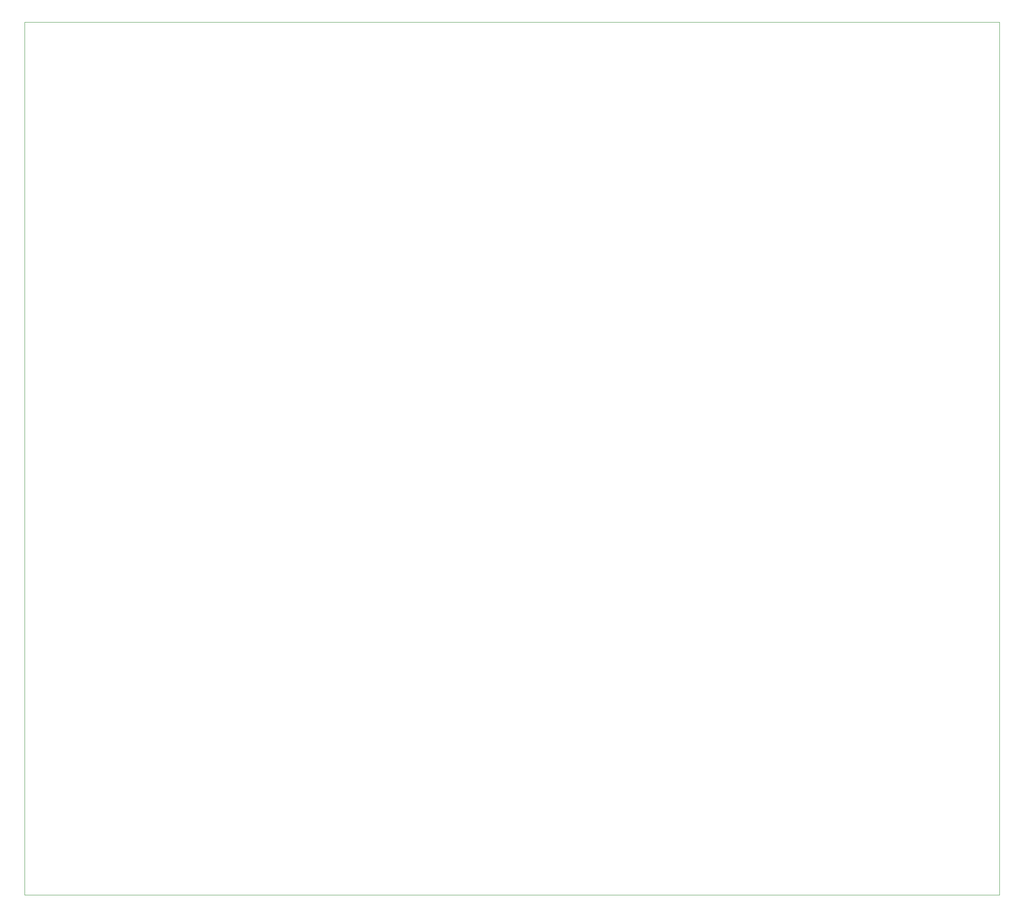
<source format=gbr>
%TF.GenerationSoftware,KiCad,Pcbnew,7.0.1*%
%TF.CreationDate,2023-05-07T11:03:52+02:00*%
%TF.ProjectId,Alim_1000W,416c696d-5f31-4303-9030-572e6b696361,rev?*%
%TF.SameCoordinates,Original*%
%TF.FileFunction,Profile,NP*%
%FSLAX46Y46*%
G04 Gerber Fmt 4.6, Leading zero omitted, Abs format (unit mm)*
G04 Created by KiCad (PCBNEW 7.0.1) date 2023-05-07 11:03:52*
%MOMM*%
%LPD*%
G01*
G04 APERTURE LIST*
%TA.AperFunction,Profile*%
%ADD10C,0.100000*%
%TD*%
G04 APERTURE END LIST*
D10*
X13000000Y-12500000D02*
X214500000Y-12500000D01*
X214500000Y-193000000D01*
X13000000Y-193000000D01*
X13000000Y-12500000D01*
M02*

</source>
